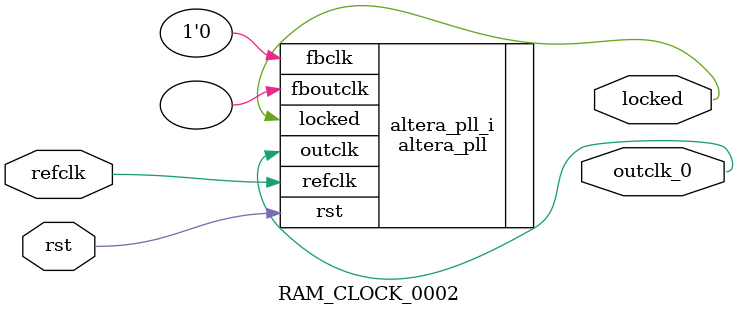
<source format=v>
`timescale 1ns/10ps
module  RAM_CLOCK_0002(

	// interface 'refclk'
	input wire refclk,

	// interface 'reset'
	input wire rst,

	// interface 'outclk0'
	output wire outclk_0,

	// interface 'locked'
	output wire locked
);

	altera_pll #(
		.fractional_vco_multiplier("false"),
		.reference_clock_frequency("50.0 MHz"),
		.operation_mode("direct"),
		.number_of_clocks(1),
		.output_clock_frequency0("133.000000 MHz"),
		.phase_shift0("0 ps"),
		.duty_cycle0(50),
		.output_clock_frequency1("0 MHz"),
		.phase_shift1("0 ps"),
		.duty_cycle1(50),
		.output_clock_frequency2("0 MHz"),
		.phase_shift2("0 ps"),
		.duty_cycle2(50),
		.output_clock_frequency3("0 MHz"),
		.phase_shift3("0 ps"),
		.duty_cycle3(50),
		.output_clock_frequency4("0 MHz"),
		.phase_shift4("0 ps"),
		.duty_cycle4(50),
		.output_clock_frequency5("0 MHz"),
		.phase_shift5("0 ps"),
		.duty_cycle5(50),
		.output_clock_frequency6("0 MHz"),
		.phase_shift6("0 ps"),
		.duty_cycle6(50),
		.output_clock_frequency7("0 MHz"),
		.phase_shift7("0 ps"),
		.duty_cycle7(50),
		.output_clock_frequency8("0 MHz"),
		.phase_shift8("0 ps"),
		.duty_cycle8(50),
		.output_clock_frequency9("0 MHz"),
		.phase_shift9("0 ps"),
		.duty_cycle9(50),
		.output_clock_frequency10("0 MHz"),
		.phase_shift10("0 ps"),
		.duty_cycle10(50),
		.output_clock_frequency11("0 MHz"),
		.phase_shift11("0 ps"),
		.duty_cycle11(50),
		.output_clock_frequency12("0 MHz"),
		.phase_shift12("0 ps"),
		.duty_cycle12(50),
		.output_clock_frequency13("0 MHz"),
		.phase_shift13("0 ps"),
		.duty_cycle13(50),
		.output_clock_frequency14("0 MHz"),
		.phase_shift14("0 ps"),
		.duty_cycle14(50),
		.output_clock_frequency15("0 MHz"),
		.phase_shift15("0 ps"),
		.duty_cycle15(50),
		.output_clock_frequency16("0 MHz"),
		.phase_shift16("0 ps"),
		.duty_cycle16(50),
		.output_clock_frequency17("0 MHz"),
		.phase_shift17("0 ps"),
		.duty_cycle17(50),
		.pll_type("General"),
		.pll_subtype("General")
	) altera_pll_i (
		.rst	(rst),
		.outclk	({outclk_0}),
		.locked	(locked),
		.fboutclk	( ),
		.fbclk	(1'b0),
		.refclk	(refclk)
	);
endmodule


</source>
